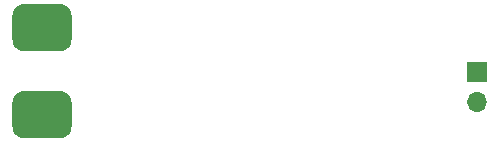
<source format=gbr>
G04 #@! TF.GenerationSoftware,KiCad,Pcbnew,5.1.5-52549c5~84~ubuntu18.04.1*
G04 #@! TF.CreationDate,2020-02-24T19:49:59+02:00*
G04 #@! TF.ProjectId,kello-zcdetector,6b656c6c-6f2d-47a6-9364-65746563746f,rev?*
G04 #@! TF.SameCoordinates,Original*
G04 #@! TF.FileFunction,Copper,L2,Bot*
G04 #@! TF.FilePolarity,Positive*
%FSLAX46Y46*%
G04 Gerber Fmt 4.6, Leading zero omitted, Abs format (unit mm)*
G04 Created by KiCad (PCBNEW 5.1.5-52549c5~84~ubuntu18.04.1) date 2020-02-24 19:49:59*
%MOMM*%
%LPD*%
G04 APERTURE LIST*
%ADD10C,0.100000*%
%ADD11O,1.700000X1.700000*%
%ADD12R,1.700000X1.700000*%
G04 APERTURE END LIST*
G04 #@! TA.AperFunction,ComponentPad*
D10*
G36*
X17981017Y-17181815D02*
G01*
X18078090Y-17196215D01*
X18173285Y-17220060D01*
X18265683Y-17253120D01*
X18354397Y-17295079D01*
X18438570Y-17345530D01*
X18517393Y-17403990D01*
X18590107Y-17469893D01*
X18656010Y-17542607D01*
X18714470Y-17621430D01*
X18764921Y-17705603D01*
X18806880Y-17794317D01*
X18839940Y-17886715D01*
X18863785Y-17981910D01*
X18878185Y-18078983D01*
X18883000Y-18177000D01*
X18883000Y-20177000D01*
X18878185Y-20275017D01*
X18863785Y-20372090D01*
X18839940Y-20467285D01*
X18806880Y-20559683D01*
X18764921Y-20648397D01*
X18714470Y-20732570D01*
X18656010Y-20811393D01*
X18590107Y-20884107D01*
X18517393Y-20950010D01*
X18438570Y-21008470D01*
X18354397Y-21058921D01*
X18265683Y-21100880D01*
X18173285Y-21133940D01*
X18078090Y-21157785D01*
X17981017Y-21172185D01*
X17883000Y-21177000D01*
X14883000Y-21177000D01*
X14784983Y-21172185D01*
X14687910Y-21157785D01*
X14592715Y-21133940D01*
X14500317Y-21100880D01*
X14411603Y-21058921D01*
X14327430Y-21008470D01*
X14248607Y-20950010D01*
X14175893Y-20884107D01*
X14109990Y-20811393D01*
X14051530Y-20732570D01*
X14001079Y-20648397D01*
X13959120Y-20559683D01*
X13926060Y-20467285D01*
X13902215Y-20372090D01*
X13887815Y-20275017D01*
X13883000Y-20177000D01*
X13883000Y-18177000D01*
X13887815Y-18078983D01*
X13902215Y-17981910D01*
X13926060Y-17886715D01*
X13959120Y-17794317D01*
X14001079Y-17705603D01*
X14051530Y-17621430D01*
X14109990Y-17542607D01*
X14175893Y-17469893D01*
X14248607Y-17403990D01*
X14327430Y-17345530D01*
X14411603Y-17295079D01*
X14500317Y-17253120D01*
X14592715Y-17220060D01*
X14687910Y-17196215D01*
X14784983Y-17181815D01*
X14883000Y-17177000D01*
X17883000Y-17177000D01*
X17981017Y-17181815D01*
G37*
G04 #@! TD.AperFunction*
G04 #@! TA.AperFunction,ComponentPad*
G36*
X17981017Y-24547815D02*
G01*
X18078090Y-24562215D01*
X18173285Y-24586060D01*
X18265683Y-24619120D01*
X18354397Y-24661079D01*
X18438570Y-24711530D01*
X18517393Y-24769990D01*
X18590107Y-24835893D01*
X18656010Y-24908607D01*
X18714470Y-24987430D01*
X18764921Y-25071603D01*
X18806880Y-25160317D01*
X18839940Y-25252715D01*
X18863785Y-25347910D01*
X18878185Y-25444983D01*
X18883000Y-25543000D01*
X18883000Y-27543000D01*
X18878185Y-27641017D01*
X18863785Y-27738090D01*
X18839940Y-27833285D01*
X18806880Y-27925683D01*
X18764921Y-28014397D01*
X18714470Y-28098570D01*
X18656010Y-28177393D01*
X18590107Y-28250107D01*
X18517393Y-28316010D01*
X18438570Y-28374470D01*
X18354397Y-28424921D01*
X18265683Y-28466880D01*
X18173285Y-28499940D01*
X18078090Y-28523785D01*
X17981017Y-28538185D01*
X17883000Y-28543000D01*
X14883000Y-28543000D01*
X14784983Y-28538185D01*
X14687910Y-28523785D01*
X14592715Y-28499940D01*
X14500317Y-28466880D01*
X14411603Y-28424921D01*
X14327430Y-28374470D01*
X14248607Y-28316010D01*
X14175893Y-28250107D01*
X14109990Y-28177393D01*
X14051530Y-28098570D01*
X14001079Y-28014397D01*
X13959120Y-27925683D01*
X13926060Y-27833285D01*
X13902215Y-27738090D01*
X13887815Y-27641017D01*
X13883000Y-27543000D01*
X13883000Y-25543000D01*
X13887815Y-25444983D01*
X13902215Y-25347910D01*
X13926060Y-25252715D01*
X13959120Y-25160317D01*
X14001079Y-25071603D01*
X14051530Y-24987430D01*
X14109990Y-24908607D01*
X14175893Y-24835893D01*
X14248607Y-24769990D01*
X14327430Y-24711530D01*
X14411603Y-24661079D01*
X14500317Y-24619120D01*
X14592715Y-24586060D01*
X14687910Y-24562215D01*
X14784983Y-24547815D01*
X14883000Y-24543000D01*
X17883000Y-24543000D01*
X17981017Y-24547815D01*
G37*
G04 #@! TD.AperFunction*
D11*
X53213000Y-25527000D03*
D12*
X53213000Y-22987000D03*
M02*

</source>
